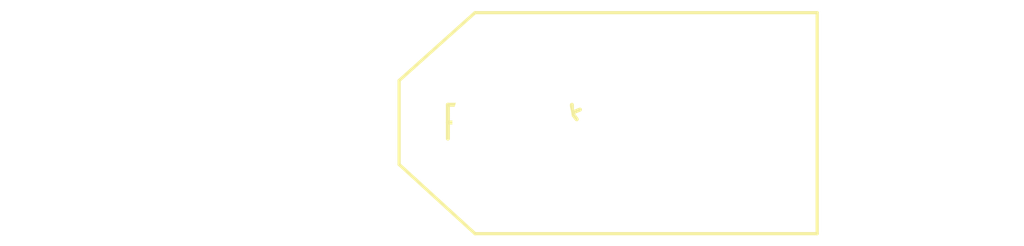
<source format=kicad_pcb>
(kicad_pcb (version 20240108) (generator pcbnew)
  (layers (0 "F.Cu" signal) (31 "B.Cu" signal) (34 "B.Paste" user) (35 "F.Paste" user) (36 "B.SilkS" user "B.Silkscreen") (37 "F.SilkS" user "F.Silkscreen") (38 "B.Mask" user) (39 "F.Mask" user) (44 "Edge.Cuts" user))
  (net 0 "")
  (footprint "AMASS_XT60-M_1x02_P7.20mm_Vertical" (layer "F.Cu") (at 0 0)
    (property "Reference" "REF**")
    (property "Value" "AMASS_XT60-M_1x02_P7.20mm_Vertical")
    (fp_line (start -4.25 -1.6) (end -4.25 1.55) (layer "F.SilkS") (stroke (width 0.12)))
    (fp_line (start -4.25 1.55) (end -1.4 4.15) (layer "F.SilkS") (stroke (width 0.12)))
    (fp_line (start -1.4 -4.15) (end -4.25 -1.6) (layer "F.SilkS") (stroke (width 0.12)))
    (fp_line (start -1.4 4.15) (end 11.45 4.15) (layer "F.SilkS") (stroke (width 0.12)))
    (fp_line (start 11.45 -4.15) (end -1.4 -4.15) (layer "F.SilkS") (stroke (width 0.12)))
    (fp_line (start 11.45 4.15) (end 11.45 -4.15) (layer "F.SilkS") (stroke (width 0.12)))
    (pad "1" thru_hole roundrect (at 0 0) (size 6 6) (drill 4.5) (layers *.Cu *.Mask) (remove_unused_layers))
    (pad "2" thru_hole circle (at 7.2 0) (size 6 6) (drill 4.5) (layers *.Cu *.Mask) (remove_unused_layers))
  )
)
</source>
